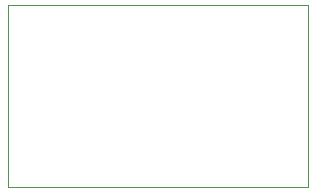
<source format=gm1>
%TF.GenerationSoftware,KiCad,Pcbnew,(6.0.9)*%
%TF.CreationDate,2023-06-25T00:46:12+02:00*%
%TF.ProjectId,keyring_beerclock,6b657972-696e-4675-9f62-656572636c6f,rev?*%
%TF.SameCoordinates,Original*%
%TF.FileFunction,Profile,NP*%
%FSLAX46Y46*%
G04 Gerber Fmt 4.6, Leading zero omitted, Abs format (unit mm)*
G04 Created by KiCad (PCBNEW (6.0.9)) date 2023-06-25 00:46:12*
%MOMM*%
%LPD*%
G01*
G04 APERTURE LIST*
%TA.AperFunction,Profile*%
%ADD10C,0.100000*%
%TD*%
G04 APERTURE END LIST*
D10*
X129280000Y-67320000D02*
X154680000Y-67320000D01*
X154680000Y-67320000D02*
X154680000Y-82720000D01*
X154680000Y-82720000D02*
X129280000Y-82720000D01*
X129280000Y-82720000D02*
X129280000Y-67320000D01*
M02*

</source>
